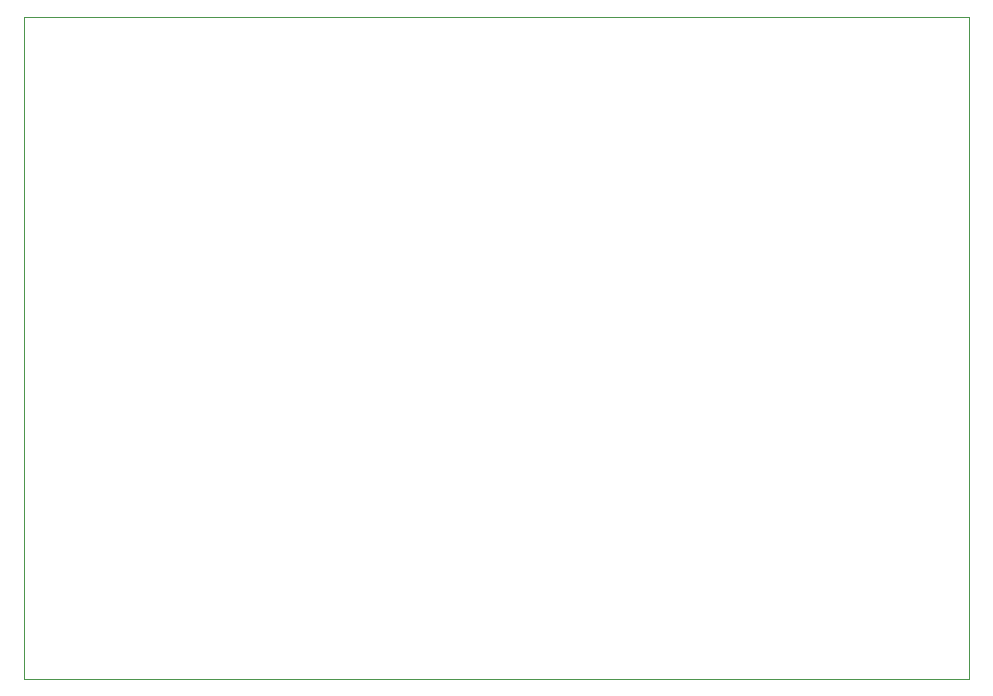
<source format=gbr>
%TF.GenerationSoftware,KiCad,Pcbnew,7.0.10-1.fc39*%
%TF.CreationDate,2024-02-17T16:59:11+01:00*%
%TF.ProjectId,morse_usb_keyboard,6d6f7273-655f-4757-9362-5f6b6579626f,rev?*%
%TF.SameCoordinates,Original*%
%TF.FileFunction,Profile,NP*%
%FSLAX46Y46*%
G04 Gerber Fmt 4.6, Leading zero omitted, Abs format (unit mm)*
G04 Created by KiCad (PCBNEW 7.0.10-1.fc39) date 2024-02-17 16:59:11*
%MOMM*%
%LPD*%
G01*
G04 APERTURE LIST*
%TA.AperFunction,Profile*%
%ADD10C,0.100000*%
%TD*%
G04 APERTURE END LIST*
D10*
X95000000Y-52000000D02*
X175000000Y-52000000D01*
X175000000Y-108000000D01*
X95000000Y-108000000D01*
X95000000Y-52000000D01*
M02*

</source>
